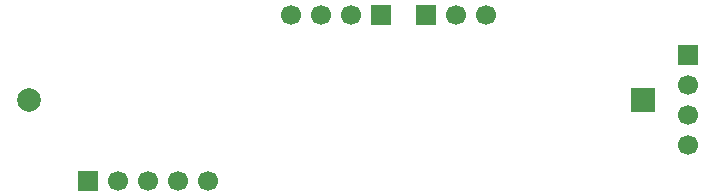
<source format=gbs>
G04 #@! TF.FileFunction,Soldermask,Bot*
%FSLAX46Y46*%
G04 Gerber Fmt 4.6, Leading zero omitted, Abs format (unit mm)*
G04 Created by KiCad (PCBNEW 4.0.0-rc1-stable) date 18.12.2015 2:10:39*
%MOMM*%
G01*
G04 APERTURE LIST*
%ADD10C,0.100000*%
%ADD11R,2.000860X2.000860*%
%ADD12C,2.000860*%
%ADD13R,1.700000X1.700000*%
%ADD14C,1.700000*%
G04 APERTURE END LIST*
D10*
D11*
X173999440Y-118500000D03*
D12*
X122000560Y-118500000D03*
D13*
X155600000Y-111300000D03*
D14*
X158140000Y-111300000D03*
X160680000Y-111300000D03*
D13*
X177800000Y-114700000D03*
D14*
X177800000Y-117240000D03*
X177800000Y-119780000D03*
X177800000Y-122320000D03*
D13*
X151800000Y-111300000D03*
D14*
X149260000Y-111300000D03*
X146720000Y-111300000D03*
X144180000Y-111300000D03*
X137160000Y-125400000D03*
D13*
X127000000Y-125400000D03*
D14*
X129540000Y-125400000D03*
X132080000Y-125400000D03*
X134620000Y-125400000D03*
M02*

</source>
